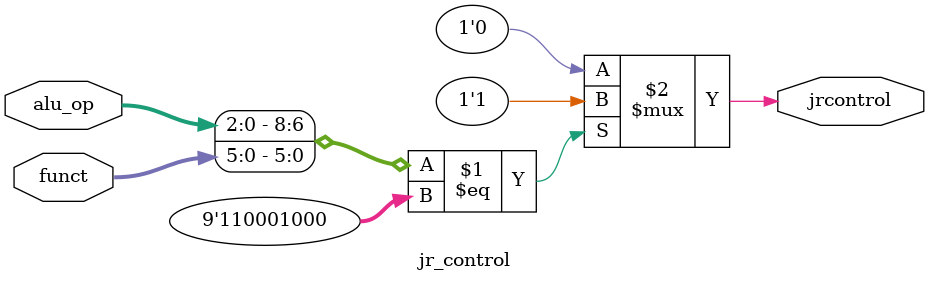
<source format=v>
module ALUControl( ALU_Control, ALUOp, Function);  
	output reg[2:0] ALU_Control;  
	input [2:0]     ALUOp;  
	input [5:0]     Function;  
	wire [8:0]      ALUControlIn;  
	
assign ALUControlIn = {ALUOp,Function};  

always @(ALUControlIn)  
	casex (ALUControlIn)  
		9'b000xxxxxx: ALU_Control = 3'b000; // addi, lw, sw, li
		9'b001xxxxxx: ALU_Control = 3'b001; // beq, bne
		9'b101xxxxxx: ALU_Control = 3'b110; // slti
		9'b010xxxxxx: ALU_Control = 3'b100; // andi
		9'b011xxxxxx: ALU_Control = 3'b101; // ori
		9'b110100000: ALU_Control = 3'b000; // add  
		9'b110100010: ALU_Control = 3'b001; // sub 
		9'b110101010: ALU_Control = 3'b110; // slt 
		9'b110001000: ALU_Control = 3'bxxx; // jr
		9'b110100100: ALU_Control = 3'b100; // and 
		9'b110100101: ALU_Control = 3'b101; // or 
		9'b110000000: ALU_Control = 3'b011; // sll  
      9'b110000010: ALU_Control = 3'b111; // srl 
   // 9'bxxxxxxxxx: ALU_Control=3'b000; // j, jal
		default: ALU_Control = 3'b000;
	endcase
 endmodule  

 
// Verilog code for JR control unit
module jr_control
( 
	input[2:0] alu_op, 
	input [5:0] funct,
	output jrcontrol
);
	 
		assign jrcontrol = ({alu_op,funct}==9'b110001000) ? 1'b1 : 1'b0;

endmodule 
</source>
